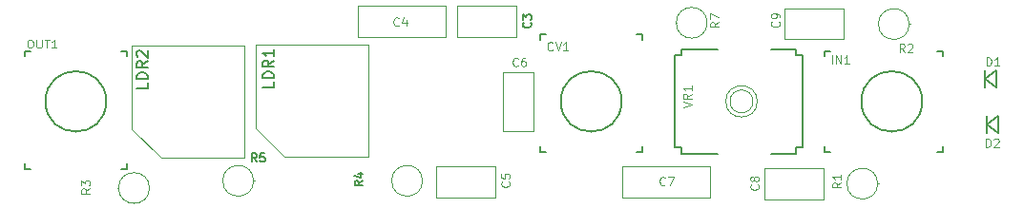
<source format=gto>
G04 #@! TF.GenerationSoftware,KiCad,Pcbnew,5.1.4-e60b266~84~ubuntu18.04.1*
G04 #@! TF.CreationDate,2019-10-14T20:54:47+01:00*
G04 #@! TF.ProjectId,vcsk,7663736b-2e6b-4696-9361-645f70636258,rev?*
G04 #@! TF.SameCoordinates,Original*
G04 #@! TF.FileFunction,Legend,Top*
G04 #@! TF.FilePolarity,Positive*
%FSLAX46Y46*%
G04 Gerber Fmt 4.6, Leading zero omitted, Abs format (unit mm)*
G04 Created by KiCad (PCBNEW 5.1.4-e60b266~84~ubuntu18.04.1) date 2019-10-14 20:54:47*
%MOMM*%
%LPD*%
G04 APERTURE LIST*
%ADD10C,0.120000*%
%ADD11C,0.152400*%
%ADD12C,0.127000*%
%ADD13C,0.050800*%
%ADD14C,0.203200*%
%ADD15C,0.150000*%
%ADD16C,0.106400*%
G04 APERTURE END LIST*
D10*
X110453000Y-99692000D02*
X110453000Y-107132000D01*
X110453000Y-107132000D02*
X113033000Y-109712000D01*
X113033000Y-109712000D02*
X120473000Y-109712000D01*
X120473000Y-109712000D02*
X120473000Y-99692000D01*
X120473000Y-99692000D02*
X110453000Y-99692000D01*
X121441000Y-99616000D02*
X121441000Y-107056000D01*
X121441000Y-107056000D02*
X124021000Y-109636000D01*
X124021000Y-109636000D02*
X131461000Y-109636000D01*
X131461000Y-109636000D02*
X131461000Y-99616000D01*
X131461000Y-99616000D02*
X121441000Y-99616000D01*
X139346000Y-96166000D02*
X144586000Y-96166000D01*
X139346000Y-98906000D02*
X144586000Y-98906000D01*
X139346000Y-96166000D02*
X139346000Y-98906000D01*
X144586000Y-96166000D02*
X144586000Y-98906000D01*
X121258000Y-111760000D02*
X121328000Y-111760000D01*
X121258000Y-111760000D02*
G75*
G03X121258000Y-111760000I-1370000J0D01*
G01*
X136244000Y-111760000D02*
G75*
G03X136244000Y-111760000I-1370000J0D01*
G01*
X133504000Y-111760000D02*
X133434000Y-111760000D01*
X176630000Y-112014000D02*
X176700000Y-112014000D01*
X176630000Y-112014000D02*
G75*
G03X176630000Y-112014000I-1370000J0D01*
G01*
X179424000Y-97790000D02*
X179494000Y-97790000D01*
X179424000Y-97790000D02*
G75*
G03X179424000Y-97790000I-1370000J0D01*
G01*
X109280000Y-112398000D02*
X109210000Y-112398000D01*
X112020000Y-112398000D02*
G75*
G03X112020000Y-112398000I-1370000J0D01*
G01*
X158752000Y-97673200D02*
X158682000Y-97673200D01*
X161492000Y-97673200D02*
G75*
G03X161492000Y-97673200I-1370000J0D01*
G01*
X130536000Y-98906000D02*
X130536000Y-96166000D01*
X138276000Y-98906000D02*
X138276000Y-96166000D01*
X138276000Y-96166000D02*
X130536000Y-96166000D01*
X138276000Y-98906000D02*
X130536000Y-98906000D01*
X153970000Y-113216000D02*
X153970000Y-110476000D01*
X161710000Y-113216000D02*
X161710000Y-110476000D01*
X161710000Y-110476000D02*
X153970000Y-110476000D01*
X161710000Y-113216000D02*
X153970000Y-113216000D01*
X137486000Y-113242000D02*
X137486000Y-110502000D01*
X142726000Y-113242000D02*
X142726000Y-110502000D01*
X142726000Y-110502000D02*
X137486000Y-110502000D01*
X142726000Y-113242000D02*
X137486000Y-113242000D01*
X143372000Y-102099000D02*
X146112000Y-102099000D01*
X143372000Y-107339000D02*
X146112000Y-107339000D01*
X146112000Y-107339000D02*
X146112000Y-102099000D01*
X143372000Y-107339000D02*
X143372000Y-102099000D01*
X166564000Y-113384000D02*
X166564000Y-110644000D01*
X171804000Y-113384000D02*
X171804000Y-110644000D01*
X171804000Y-110644000D02*
X166564000Y-110644000D01*
X171804000Y-113384000D02*
X166564000Y-113384000D01*
X173610000Y-96370000D02*
X173610000Y-99110000D01*
X168370000Y-96370000D02*
X168370000Y-99110000D01*
X168370000Y-99110000D02*
X173610000Y-99110000D01*
X168370000Y-96370000D02*
X173610000Y-96370000D01*
D11*
X187188000Y-103402000D02*
X187188000Y-101878000D01*
X186172000Y-102640000D02*
X186172000Y-103402000D01*
X186172000Y-101878000D02*
X186172000Y-102640000D01*
X186172000Y-102640000D02*
X187188000Y-103402000D01*
X187188000Y-101878000D02*
X186172000Y-102640000D01*
X187288000Y-107512000D02*
X187288000Y-105988000D01*
X186272000Y-106750000D02*
X186272000Y-107512000D01*
X186272000Y-105988000D02*
X186272000Y-106750000D01*
X186272000Y-106750000D02*
X187288000Y-107512000D01*
X187288000Y-105988000D02*
X186272000Y-106750000D01*
D12*
X109986000Y-100181000D02*
X109486000Y-100181000D01*
X109986000Y-100681000D02*
X109986000Y-100181000D01*
X100986000Y-100181000D02*
X101486000Y-100181000D01*
X100986000Y-100681000D02*
X100986000Y-100181000D01*
X100986000Y-110681000D02*
X100986000Y-110181000D01*
X101486000Y-110681000D02*
X100986000Y-110681000D01*
X109986000Y-110681000D02*
X109486000Y-110681000D01*
X109986000Y-110181000D02*
X109986000Y-110681000D01*
X108176721Y-104681000D02*
G75*
G03X108176721Y-104681000I-2690721J0D01*
G01*
D13*
X165557000Y-104681000D02*
G75*
G03X165557000Y-104681000I-1016000J0D01*
G01*
X165938000Y-104681000D02*
G75*
G03X165938000Y-104681000I-1397000J0D01*
G01*
D14*
X162391000Y-109331000D02*
X159191000Y-109331000D01*
X169391000Y-109331000D02*
X167191000Y-109331000D01*
X159191000Y-100031000D02*
X162391000Y-100031000D01*
X167191000Y-100031000D02*
X169391000Y-100031000D01*
X169391000Y-109331000D02*
X169391000Y-108781000D01*
X169391000Y-108781000D02*
X169941000Y-108781000D01*
X158641000Y-108781000D02*
X159191000Y-108781000D01*
X159191000Y-108781000D02*
X159191000Y-109331000D01*
X159191000Y-100031000D02*
X159191000Y-100581000D01*
X159191000Y-100581000D02*
X158641000Y-100581000D01*
X169941000Y-100581000D02*
X169391000Y-100581000D01*
X169391000Y-100581000D02*
X169391000Y-100031000D01*
X158641000Y-108781000D02*
X158641000Y-100581000D01*
X169941000Y-100581000D02*
X169941000Y-108781000D01*
D12*
X146706000Y-109181000D02*
X147206000Y-109181000D01*
X146706000Y-108681000D02*
X146706000Y-109181000D01*
X155706000Y-109181000D02*
X155206000Y-109181000D01*
X155706000Y-108681000D02*
X155706000Y-109181000D01*
X155706000Y-98681000D02*
X155706000Y-99181000D01*
X155206000Y-98681000D02*
X155706000Y-98681000D01*
X146706000Y-98681000D02*
X147206000Y-98681000D01*
X146706000Y-99181000D02*
X146706000Y-98681000D01*
X153896721Y-104681000D02*
G75*
G03X153896721Y-104681000I-2690721J0D01*
G01*
X182376000Y-109181000D02*
X182376000Y-108681000D01*
X181876000Y-109181000D02*
X182376000Y-109181000D01*
X182376000Y-100181000D02*
X182376000Y-100681000D01*
X181876000Y-100181000D02*
X182376000Y-100181000D01*
X171876000Y-100181000D02*
X172376000Y-100181000D01*
X171876000Y-100681000D02*
X171876000Y-100181000D01*
X171876000Y-109181000D02*
X171876000Y-108681000D01*
X172376000Y-109181000D02*
X171876000Y-109181000D01*
X180566721Y-104681000D02*
G75*
G03X180566721Y-104681000I-2690721J0D01*
G01*
D15*
X111872380Y-103006666D02*
X111872380Y-103482857D01*
X110872380Y-103482857D01*
X111872380Y-102673333D02*
X110872380Y-102673333D01*
X110872380Y-102435238D01*
X110920000Y-102292380D01*
X111015238Y-102197142D01*
X111110476Y-102149523D01*
X111300952Y-102101904D01*
X111443809Y-102101904D01*
X111634285Y-102149523D01*
X111729523Y-102197142D01*
X111824761Y-102292380D01*
X111872380Y-102435238D01*
X111872380Y-102673333D01*
X111872380Y-101101904D02*
X111396190Y-101435238D01*
X111872380Y-101673333D02*
X110872380Y-101673333D01*
X110872380Y-101292380D01*
X110920000Y-101197142D01*
X110967619Y-101149523D01*
X111062857Y-101101904D01*
X111205714Y-101101904D01*
X111300952Y-101149523D01*
X111348571Y-101197142D01*
X111396190Y-101292380D01*
X111396190Y-101673333D01*
X110967619Y-100720952D02*
X110920000Y-100673333D01*
X110872380Y-100578095D01*
X110872380Y-100340000D01*
X110920000Y-100244761D01*
X110967619Y-100197142D01*
X111062857Y-100149523D01*
X111158095Y-100149523D01*
X111300952Y-100197142D01*
X111872380Y-100768571D01*
X111872380Y-100149523D01*
X123062380Y-102936666D02*
X123062380Y-103412857D01*
X122062380Y-103412857D01*
X123062380Y-102603333D02*
X122062380Y-102603333D01*
X122062380Y-102365238D01*
X122110000Y-102222380D01*
X122205238Y-102127142D01*
X122300476Y-102079523D01*
X122490952Y-102031904D01*
X122633809Y-102031904D01*
X122824285Y-102079523D01*
X122919523Y-102127142D01*
X123014761Y-102222380D01*
X123062380Y-102365238D01*
X123062380Y-102603333D01*
X123062380Y-101031904D02*
X122586190Y-101365238D01*
X123062380Y-101603333D02*
X122062380Y-101603333D01*
X122062380Y-101222380D01*
X122110000Y-101127142D01*
X122157619Y-101079523D01*
X122252857Y-101031904D01*
X122395714Y-101031904D01*
X122490952Y-101079523D01*
X122538571Y-101127142D01*
X122586190Y-101222380D01*
X122586190Y-101603333D01*
X123062380Y-100079523D02*
X123062380Y-100650952D01*
X123062380Y-100365238D02*
X122062380Y-100365238D01*
X122205238Y-100460476D01*
X122300476Y-100555714D01*
X122348095Y-100650952D01*
X145809857Y-97661000D02*
X145845571Y-97696714D01*
X145881285Y-97803857D01*
X145881285Y-97875285D01*
X145845571Y-97982428D01*
X145774142Y-98053857D01*
X145702714Y-98089571D01*
X145559857Y-98125285D01*
X145452714Y-98125285D01*
X145309857Y-98089571D01*
X145238428Y-98053857D01*
X145167000Y-97982428D01*
X145131285Y-97875285D01*
X145131285Y-97803857D01*
X145167000Y-97696714D01*
X145202714Y-97661000D01*
X145131285Y-97411000D02*
X145131285Y-96946714D01*
X145417000Y-97196714D01*
X145417000Y-97089571D01*
X145452714Y-97018142D01*
X145488428Y-96982428D01*
X145559857Y-96946714D01*
X145738428Y-96946714D01*
X145809857Y-96982428D01*
X145845571Y-97018142D01*
X145881285Y-97089571D01*
X145881285Y-97303857D01*
X145845571Y-97375285D01*
X145809857Y-97411000D01*
X121541000Y-110067285D02*
X121291000Y-109710142D01*
X121112428Y-110067285D02*
X121112428Y-109317285D01*
X121398142Y-109317285D01*
X121469571Y-109353000D01*
X121505285Y-109388714D01*
X121541000Y-109460142D01*
X121541000Y-109567285D01*
X121505285Y-109638714D01*
X121469571Y-109674428D01*
X121398142Y-109710142D01*
X121112428Y-109710142D01*
X122219571Y-109317285D02*
X121862428Y-109317285D01*
X121826714Y-109674428D01*
X121862428Y-109638714D01*
X121933857Y-109603000D01*
X122112428Y-109603000D01*
X122183857Y-109638714D01*
X122219571Y-109674428D01*
X122255285Y-109745857D01*
X122255285Y-109924428D01*
X122219571Y-109995857D01*
X122183857Y-110031571D01*
X122112428Y-110067285D01*
X121933857Y-110067285D01*
X121862428Y-110031571D01*
X121826714Y-109995857D01*
X130969285Y-111750714D02*
X130612142Y-112000714D01*
X130969285Y-112179285D02*
X130219285Y-112179285D01*
X130219285Y-111893571D01*
X130255000Y-111822142D01*
X130290714Y-111786428D01*
X130362142Y-111750714D01*
X130469285Y-111750714D01*
X130540714Y-111786428D01*
X130576428Y-111822142D01*
X130612142Y-111893571D01*
X130612142Y-112179285D01*
X130469285Y-111107857D02*
X130969285Y-111107857D01*
X130183571Y-111286428D02*
X130719285Y-111465000D01*
X130719285Y-111000714D01*
D16*
X173369809Y-111931601D02*
X173007904Y-112184935D01*
X173369809Y-112365887D02*
X172609809Y-112365887D01*
X172609809Y-112076363D01*
X172646000Y-112003982D01*
X172682190Y-111967792D01*
X172754571Y-111931601D01*
X172863142Y-111931601D01*
X172935523Y-111967792D01*
X172971714Y-112003982D01*
X173007904Y-112076363D01*
X173007904Y-112365887D01*
X173369809Y-111207792D02*
X173369809Y-111642078D01*
X173369809Y-111424935D02*
X172609809Y-111424935D01*
X172718380Y-111497316D01*
X172790761Y-111569697D01*
X172826952Y-111642078D01*
X178992398Y-100293809D02*
X178739064Y-99931904D01*
X178558112Y-100293809D02*
X178558112Y-99533809D01*
X178847636Y-99533809D01*
X178920017Y-99570000D01*
X178956207Y-99606190D01*
X178992398Y-99678571D01*
X178992398Y-99787142D01*
X178956207Y-99859523D01*
X178920017Y-99895714D01*
X178847636Y-99931904D01*
X178558112Y-99931904D01*
X179281921Y-99606190D02*
X179318112Y-99570000D01*
X179390493Y-99533809D01*
X179571445Y-99533809D01*
X179643826Y-99570000D01*
X179680017Y-99606190D01*
X179716207Y-99678571D01*
X179716207Y-99750952D01*
X179680017Y-99859523D01*
X179245731Y-100293809D01*
X179716207Y-100293809D01*
X106735229Y-112450201D02*
X106373324Y-112703535D01*
X106735229Y-112884487D02*
X105975229Y-112884487D01*
X105975229Y-112594963D01*
X106011420Y-112522582D01*
X106047610Y-112486392D01*
X106119991Y-112450201D01*
X106228562Y-112450201D01*
X106300943Y-112486392D01*
X106337134Y-112522582D01*
X106373324Y-112594963D01*
X106373324Y-112884487D01*
X105975229Y-112196868D02*
X105975229Y-111726392D01*
X106264753Y-111979725D01*
X106264753Y-111871154D01*
X106300943Y-111798773D01*
X106337134Y-111762582D01*
X106409515Y-111726392D01*
X106590467Y-111726392D01*
X106662848Y-111762582D01*
X106699039Y-111798773D01*
X106735229Y-111871154D01*
X106735229Y-112088297D01*
X106699039Y-112160678D01*
X106662848Y-112196868D01*
X162523809Y-97613601D02*
X162161904Y-97866935D01*
X162523809Y-98047887D02*
X161763809Y-98047887D01*
X161763809Y-97758363D01*
X161800000Y-97685982D01*
X161836190Y-97649792D01*
X161908571Y-97613601D01*
X162017142Y-97613601D01*
X162089523Y-97649792D01*
X162125714Y-97685982D01*
X162161904Y-97758363D01*
X162161904Y-98047887D01*
X161763809Y-97360268D02*
X161763809Y-96853601D01*
X162523809Y-97179316D01*
X134141078Y-97889708D02*
X134104887Y-97925899D01*
X133996316Y-97962089D01*
X133923935Y-97962089D01*
X133815363Y-97925899D01*
X133742982Y-97853518D01*
X133706792Y-97781137D01*
X133670601Y-97636375D01*
X133670601Y-97527803D01*
X133706792Y-97383041D01*
X133742982Y-97310660D01*
X133815363Y-97238280D01*
X133923935Y-97202089D01*
X133996316Y-97202089D01*
X134104887Y-97238280D01*
X134141078Y-97274470D01*
X134792506Y-97455422D02*
X134792506Y-97962089D01*
X134611554Y-97165899D02*
X134430601Y-97708756D01*
X134901078Y-97708756D01*
X157752878Y-112093028D02*
X157716687Y-112129219D01*
X157608116Y-112165409D01*
X157535735Y-112165409D01*
X157427163Y-112129219D01*
X157354782Y-112056838D01*
X157318592Y-111984457D01*
X157282401Y-111839695D01*
X157282401Y-111731123D01*
X157318592Y-111586361D01*
X157354782Y-111513980D01*
X157427163Y-111441600D01*
X157535735Y-111405409D01*
X157608116Y-111405409D01*
X157716687Y-111441600D01*
X157752878Y-111477790D01*
X158006211Y-111405409D02*
X158512878Y-111405409D01*
X158187163Y-112165409D01*
X143909428Y-111837601D02*
X143945619Y-111873792D01*
X143981809Y-111982363D01*
X143981809Y-112054744D01*
X143945619Y-112163316D01*
X143873238Y-112235697D01*
X143800857Y-112271887D01*
X143656095Y-112308078D01*
X143547523Y-112308078D01*
X143402761Y-112271887D01*
X143330380Y-112235697D01*
X143258000Y-112163316D01*
X143221809Y-112054744D01*
X143221809Y-111982363D01*
X143258000Y-111873792D01*
X143294190Y-111837601D01*
X143221809Y-111149982D02*
X143221809Y-111511887D01*
X143583714Y-111548078D01*
X143547523Y-111511887D01*
X143511333Y-111439506D01*
X143511333Y-111258554D01*
X143547523Y-111186173D01*
X143583714Y-111149982D01*
X143656095Y-111113792D01*
X143837047Y-111113792D01*
X143909428Y-111149982D01*
X143945619Y-111186173D01*
X143981809Y-111258554D01*
X143981809Y-111439506D01*
X143945619Y-111511887D01*
X143909428Y-111548078D01*
X144702398Y-101491428D02*
X144666207Y-101527619D01*
X144557636Y-101563809D01*
X144485255Y-101563809D01*
X144376683Y-101527619D01*
X144304302Y-101455238D01*
X144268112Y-101382857D01*
X144231921Y-101238095D01*
X144231921Y-101129523D01*
X144268112Y-100984761D01*
X144304302Y-100912380D01*
X144376683Y-100840000D01*
X144485255Y-100803809D01*
X144557636Y-100803809D01*
X144666207Y-100840000D01*
X144702398Y-100876190D01*
X145353826Y-100803809D02*
X145209064Y-100803809D01*
X145136683Y-100840000D01*
X145100493Y-100876190D01*
X145028112Y-100984761D01*
X144991921Y-101129523D01*
X144991921Y-101419047D01*
X145028112Y-101491428D01*
X145064302Y-101527619D01*
X145136683Y-101563809D01*
X145281445Y-101563809D01*
X145353826Y-101527619D01*
X145390017Y-101491428D01*
X145426207Y-101419047D01*
X145426207Y-101238095D01*
X145390017Y-101165714D01*
X145353826Y-101129523D01*
X145281445Y-101093333D01*
X145136683Y-101093333D01*
X145064302Y-101129523D01*
X145028112Y-101165714D01*
X144991921Y-101238095D01*
X166007428Y-112091601D02*
X166043619Y-112127792D01*
X166079809Y-112236363D01*
X166079809Y-112308744D01*
X166043619Y-112417316D01*
X165971238Y-112489697D01*
X165898857Y-112525887D01*
X165754095Y-112562078D01*
X165645523Y-112562078D01*
X165500761Y-112525887D01*
X165428380Y-112489697D01*
X165356000Y-112417316D01*
X165319809Y-112308744D01*
X165319809Y-112236363D01*
X165356000Y-112127792D01*
X165392190Y-112091601D01*
X165645523Y-111657316D02*
X165609333Y-111729697D01*
X165573142Y-111765887D01*
X165500761Y-111802078D01*
X165464571Y-111802078D01*
X165392190Y-111765887D01*
X165356000Y-111729697D01*
X165319809Y-111657316D01*
X165319809Y-111512554D01*
X165356000Y-111440173D01*
X165392190Y-111403982D01*
X165464571Y-111367792D01*
X165500761Y-111367792D01*
X165573142Y-111403982D01*
X165609333Y-111440173D01*
X165645523Y-111512554D01*
X165645523Y-111657316D01*
X165681714Y-111729697D01*
X165717904Y-111765887D01*
X165790285Y-111802078D01*
X165935047Y-111802078D01*
X166007428Y-111765887D01*
X166043619Y-111729697D01*
X166079809Y-111657316D01*
X166079809Y-111512554D01*
X166043619Y-111440173D01*
X166007428Y-111403982D01*
X165935047Y-111367792D01*
X165790285Y-111367792D01*
X165717904Y-111403982D01*
X165681714Y-111440173D01*
X165645523Y-111512554D01*
X167853428Y-97563601D02*
X167889619Y-97599792D01*
X167925809Y-97708363D01*
X167925809Y-97780744D01*
X167889619Y-97889316D01*
X167817238Y-97961697D01*
X167744857Y-97997887D01*
X167600095Y-98034078D01*
X167491523Y-98034078D01*
X167346761Y-97997887D01*
X167274380Y-97961697D01*
X167202000Y-97889316D01*
X167165809Y-97780744D01*
X167165809Y-97708363D01*
X167202000Y-97599792D01*
X167238190Y-97563601D01*
X167925809Y-97201697D02*
X167925809Y-97056935D01*
X167889619Y-96984554D01*
X167853428Y-96948363D01*
X167744857Y-96875982D01*
X167600095Y-96839792D01*
X167310571Y-96839792D01*
X167238190Y-96875982D01*
X167202000Y-96912173D01*
X167165809Y-96984554D01*
X167165809Y-97129316D01*
X167202000Y-97201697D01*
X167238190Y-97237887D01*
X167310571Y-97274078D01*
X167491523Y-97274078D01*
X167563904Y-97237887D01*
X167600095Y-97201697D01*
X167636285Y-97129316D01*
X167636285Y-96984554D01*
X167600095Y-96912173D01*
X167563904Y-96875982D01*
X167491523Y-96839792D01*
X186281512Y-101503809D02*
X186281512Y-100743809D01*
X186462464Y-100743809D01*
X186571036Y-100780000D01*
X186643417Y-100852380D01*
X186679607Y-100924761D01*
X186715798Y-101069523D01*
X186715798Y-101178095D01*
X186679607Y-101322857D01*
X186643417Y-101395238D01*
X186571036Y-101467619D01*
X186462464Y-101503809D01*
X186281512Y-101503809D01*
X187439607Y-101503809D02*
X187005321Y-101503809D01*
X187222464Y-101503809D02*
X187222464Y-100743809D01*
X187150083Y-100852380D01*
X187077702Y-100924761D01*
X187005321Y-100960952D01*
X186207252Y-108755889D02*
X186207252Y-107995889D01*
X186388204Y-107995889D01*
X186496776Y-108032080D01*
X186569157Y-108104460D01*
X186605347Y-108176841D01*
X186641538Y-108321603D01*
X186641538Y-108430175D01*
X186605347Y-108574937D01*
X186569157Y-108647318D01*
X186496776Y-108719699D01*
X186388204Y-108755889D01*
X186207252Y-108755889D01*
X186931061Y-108068270D02*
X186967252Y-108032080D01*
X187039633Y-107995889D01*
X187220585Y-107995889D01*
X187292966Y-108032080D01*
X187329157Y-108068270D01*
X187365347Y-108140651D01*
X187365347Y-108213032D01*
X187329157Y-108321603D01*
X186894871Y-108755889D01*
X187365347Y-108755889D01*
X101359674Y-99160409D02*
X101504436Y-99160409D01*
X101576817Y-99196600D01*
X101649198Y-99268980D01*
X101685388Y-99413742D01*
X101685388Y-99667076D01*
X101649198Y-99811838D01*
X101576817Y-99884219D01*
X101504436Y-99920409D01*
X101359674Y-99920409D01*
X101287293Y-99884219D01*
X101214912Y-99811838D01*
X101178721Y-99667076D01*
X101178721Y-99413742D01*
X101214912Y-99268980D01*
X101287293Y-99196600D01*
X101359674Y-99160409D01*
X102011102Y-99160409D02*
X102011102Y-99775647D01*
X102047293Y-99848028D01*
X102083483Y-99884219D01*
X102155864Y-99920409D01*
X102300626Y-99920409D01*
X102373007Y-99884219D01*
X102409198Y-99848028D01*
X102445388Y-99775647D01*
X102445388Y-99160409D01*
X102698721Y-99160409D02*
X103133007Y-99160409D01*
X102915864Y-99920409D02*
X102915864Y-99160409D01*
X103784436Y-99920409D02*
X103350150Y-99920409D01*
X103567293Y-99920409D02*
X103567293Y-99160409D01*
X103494912Y-99268980D01*
X103422531Y-99341361D01*
X103350150Y-99377552D01*
X159340549Y-105207399D02*
X160100549Y-104954065D01*
X159340549Y-104700732D01*
X160100549Y-104013113D02*
X159738644Y-104266446D01*
X160100549Y-104447399D02*
X159340549Y-104447399D01*
X159340549Y-104157875D01*
X159376740Y-104085494D01*
X159412930Y-104049303D01*
X159485311Y-104013113D01*
X159593882Y-104013113D01*
X159666263Y-104049303D01*
X159702454Y-104085494D01*
X159738644Y-104157875D01*
X159738644Y-104447399D01*
X160100549Y-103289303D02*
X160100549Y-103723589D01*
X160100549Y-103506446D02*
X159340549Y-103506446D01*
X159449120Y-103578827D01*
X159521501Y-103651208D01*
X159557692Y-103723589D01*
X147785858Y-100074008D02*
X147749667Y-100110199D01*
X147641096Y-100146389D01*
X147568715Y-100146389D01*
X147460143Y-100110199D01*
X147387762Y-100037818D01*
X147351572Y-99965437D01*
X147315381Y-99820675D01*
X147315381Y-99712103D01*
X147351572Y-99567341D01*
X147387762Y-99494960D01*
X147460143Y-99422580D01*
X147568715Y-99386389D01*
X147641096Y-99386389D01*
X147749667Y-99422580D01*
X147785858Y-99458770D01*
X148003000Y-99386389D02*
X148256334Y-100146389D01*
X148509667Y-99386389D01*
X149161096Y-100146389D02*
X148726810Y-100146389D01*
X148943953Y-100146389D02*
X148943953Y-99386389D01*
X148871572Y-99494960D01*
X148799191Y-99567341D01*
X148726810Y-99603532D01*
X172550012Y-101313709D02*
X172550012Y-100553709D01*
X172911917Y-101313709D02*
X172911917Y-100553709D01*
X173346202Y-101313709D01*
X173346202Y-100553709D01*
X174106202Y-101313709D02*
X173671917Y-101313709D01*
X173889060Y-101313709D02*
X173889060Y-100553709D01*
X173816679Y-100662280D01*
X173744298Y-100734661D01*
X173671917Y-100770852D01*
M02*

</source>
